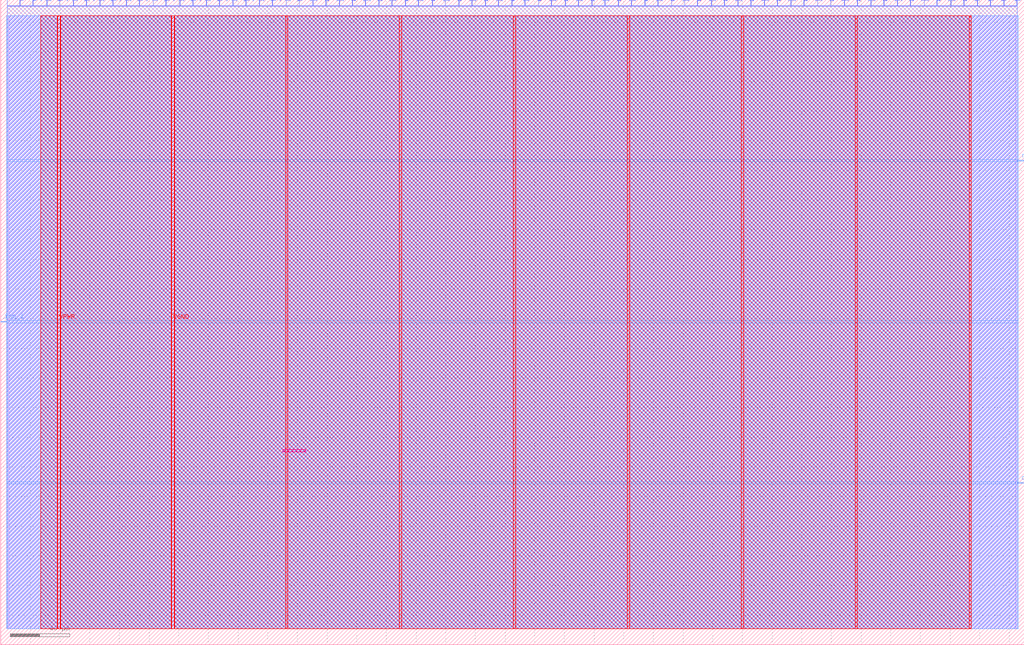
<source format=lef>
VERSION 5.7 ;
NOWIREEXTENSIONATPIN ON ;
DIVIDERCHAR "/" ;
BUSBITCHARS "[]" ;
MACRO tdc_hd_cbuf2_x4
  CLASS BLOCK ;
  FOREIGN tdc_hd_cbuf2_x4 ;
  ORIGIN 0.000 0.000 ;
  SIZE 690.000 BY 435.200 ;
  PIN bus_in[0]
    DIRECTION INPUT ;
    PORT 
      LAYER met2 ;
      RECT 4.230 431.200 4.510 435.200 ;
    END
  END bus_in[0]
  PIN bus_in[10]
    DIRECTION INPUT ;
    PORT 
      LAYER met2 ;
      RECT 183.170 431.200 183.450 435.200 ;
    END
  END bus_in[10]
  PIN bus_in[11]
    DIRECTION INPUT ;
    PORT 
      LAYER met2 ;
      RECT 201.110 431.200 201.390 435.200 ;
    END
  END bus_in[11]
  PIN bus_in[12]
    DIRECTION INPUT ;
    PORT 
      LAYER met2 ;
      RECT 219.050 431.200 219.330 435.200 ;
    END
  END bus_in[12]
  PIN bus_in[13]
    DIRECTION INPUT ;
    PORT 
      LAYER met2 ;
      RECT 236.990 431.200 237.270 435.200 ;
    END
  END bus_in[13]
  PIN bus_in[14]
    DIRECTION INPUT ;
    PORT 
      LAYER met2 ;
      RECT 254.930 431.200 255.210 435.200 ;
    END
  END bus_in[14]
  PIN bus_in[15]
    DIRECTION INPUT ;
    PORT 
      LAYER met2 ;
      RECT 272.870 431.200 273.150 435.200 ;
    END
  END bus_in[15]
  PIN bus_in[16]
    DIRECTION INPUT ;
    PORT 
      LAYER met2 ;
      RECT 290.810 431.200 291.090 435.200 ;
    END
  END bus_in[16]
  PIN bus_in[17]
    DIRECTION INPUT ;
    PORT 
      LAYER met2 ;
      RECT 308.750 431.200 309.030 435.200 ;
    END
  END bus_in[17]
  PIN bus_in[18]
    DIRECTION INPUT ;
    PORT 
      LAYER met2 ;
      RECT 326.690 431.200 326.970 435.200 ;
    END
  END bus_in[18]
  PIN bus_in[19]
    DIRECTION INPUT ;
    PORT 
      LAYER met2 ;
      RECT 344.630 431.200 344.910 435.200 ;
    END
  END bus_in[19]
  PIN bus_in[1]
    DIRECTION INPUT ;
    PORT 
      LAYER met2 ;
      RECT 21.710 431.200 21.990 435.200 ;
    END
  END bus_in[1]
  PIN bus_in[20]
    DIRECTION INPUT ;
    PORT 
      LAYER met2 ;
      RECT 362.570 431.200 362.850 435.200 ;
    END
  END bus_in[20]
  PIN bus_in[21]
    DIRECTION INPUT ;
    PORT 
      LAYER met2 ;
      RECT 380.510 431.200 380.790 435.200 ;
    END
  END bus_in[21]
  PIN bus_in[22]
    DIRECTION INPUT ;
    PORT 
      LAYER met2 ;
      RECT 398.450 431.200 398.730 435.200 ;
    END
  END bus_in[22]
  PIN bus_in[23]
    DIRECTION INPUT ;
    PORT 
      LAYER met2 ;
      RECT 416.390 431.200 416.670 435.200 ;
    END
  END bus_in[23]
  PIN bus_in[24]
    DIRECTION INPUT ;
    PORT 
      LAYER met2 ;
      RECT 434.330 431.200 434.610 435.200 ;
    END
  END bus_in[24]
  PIN bus_in[25]
    DIRECTION INPUT ;
    PORT 
      LAYER met2 ;
      RECT 452.270 431.200 452.550 435.200 ;
    END
  END bus_in[25]
  PIN bus_in[26]
    DIRECTION INPUT ;
    PORT 
      LAYER met2 ;
      RECT 469.750 431.200 470.030 435.200 ;
    END
  END bus_in[26]
  PIN bus_in[27]
    DIRECTION INPUT ;
    PORT 
      LAYER met2 ;
      RECT 487.690 431.200 487.970 435.200 ;
    END
  END bus_in[27]
  PIN bus_in[28]
    DIRECTION INPUT ;
    PORT 
      LAYER met2 ;
      RECT 505.630 431.200 505.910 435.200 ;
    END
  END bus_in[28]
  PIN bus_in[29]
    DIRECTION INPUT ;
    PORT 
      LAYER met2 ;
      RECT 523.570 431.200 523.850 435.200 ;
    END
  END bus_in[29]
  PIN bus_in[2]
    DIRECTION INPUT ;
    PORT 
      LAYER met2 ;
      RECT 39.650 431.200 39.930 435.200 ;
    END
  END bus_in[2]
  PIN bus_in[30]
    DIRECTION INPUT ;
    PORT 
      LAYER met2 ;
      RECT 541.510 431.200 541.790 435.200 ;
    END
  END bus_in[30]
  PIN bus_in[31]
    DIRECTION INPUT ;
    PORT 
      LAYER met2 ;
      RECT 559.450 431.200 559.730 435.200 ;
    END
  END bus_in[31]
  PIN bus_in[32]
    DIRECTION INPUT ;
    PORT 
      LAYER met2 ;
      RECT 577.390 431.200 577.670 435.200 ;
    END
  END bus_in[32]
  PIN bus_in[33]
    DIRECTION INPUT ;
    PORT 
      LAYER met2 ;
      RECT 595.330 431.200 595.610 435.200 ;
    END
  END bus_in[33]
  PIN bus_in[34]
    DIRECTION INPUT ;
    PORT 
      LAYER met2 ;
      RECT 613.270 431.200 613.550 435.200 ;
    END
  END bus_in[34]
  PIN bus_in[35]
    DIRECTION INPUT ;
    PORT 
      LAYER met2 ;
      RECT 631.210 431.200 631.490 435.200 ;
    END
  END bus_in[35]
  PIN bus_in[36]
    DIRECTION INPUT ;
    PORT 
      LAYER met2 ;
      RECT 640.410 431.200 640.690 435.200 ;
    END
  END bus_in[36]
  PIN bus_in[37]
    DIRECTION INPUT ;
    PORT 
      LAYER met2 ;
      RECT 649.150 431.200 649.430 435.200 ;
    END
  END bus_in[37]
  PIN bus_in[38]
    DIRECTION INPUT ;
    PORT 
      LAYER met2 ;
      RECT 658.350 431.200 658.630 435.200 ;
    END
  END bus_in[38]
  PIN bus_in[39]
    DIRECTION INPUT ;
    PORT 
      LAYER met2 ;
      RECT 667.090 431.200 667.370 435.200 ;
    END
  END bus_in[39]
  PIN bus_in[3]
    DIRECTION INPUT ;
    PORT 
      LAYER met2 ;
      RECT 57.590 431.200 57.870 435.200 ;
    END
  END bus_in[3]
  PIN bus_in[40]
    DIRECTION INPUT ;
    PORT 
      LAYER met2 ;
      RECT 676.290 431.200 676.570 435.200 ;
    END
  END bus_in[40]
  PIN bus_in[41]
    DIRECTION INPUT ;
    PORT 
      LAYER met2 ;
      RECT 685.030 431.200 685.310 435.200 ;
    END
  END bus_in[41]
  PIN bus_in[4]
    DIRECTION INPUT ;
    PORT 
      LAYER met2 ;
      RECT 75.530 431.200 75.810 435.200 ;
    END
  END bus_in[4]
  PIN bus_in[5]
    DIRECTION INPUT ;
    PORT 
      LAYER met2 ;
      RECT 93.470 431.200 93.750 435.200 ;
    END
  END bus_in[5]
  PIN bus_in[6]
    DIRECTION INPUT ;
    PORT 
      LAYER met2 ;
      RECT 111.410 431.200 111.690 435.200 ;
    END
  END bus_in[6]
  PIN bus_in[7]
    DIRECTION INPUT ;
    PORT 
      LAYER met2 ;
      RECT 129.350 431.200 129.630 435.200 ;
    END
  END bus_in[7]
  PIN bus_in[8]
    DIRECTION INPUT ;
    PORT 
      LAYER met2 ;
      RECT 147.290 431.200 147.570 435.200 ;
    END
  END bus_in[8]
  PIN bus_in[9]
    DIRECTION INPUT ;
    PORT 
      LAYER met2 ;
      RECT 165.230 431.200 165.510 435.200 ;
    END
  END bus_in[9]
  PIN bus_out[0]
    DIRECTION OUTPUT TRISTATE ;
    PORT 
      LAYER met2 ;
      RECT 12.970 431.200 13.250 435.200 ;
    END
  END bus_out[0]
  PIN bus_out[10]
    DIRECTION OUTPUT TRISTATE ;
    PORT 
      LAYER met2 ;
      RECT 192.370 431.200 192.650 435.200 ;
    END
  END bus_out[10]
  PIN bus_out[11]
    DIRECTION OUTPUT TRISTATE ;
    PORT 
      LAYER met2 ;
      RECT 210.310 431.200 210.590 435.200 ;
    END
  END bus_out[11]
  PIN bus_out[12]
    DIRECTION OUTPUT TRISTATE ;
    PORT 
      LAYER met2 ;
      RECT 228.250 431.200 228.530 435.200 ;
    END
  END bus_out[12]
  PIN bus_out[13]
    DIRECTION OUTPUT TRISTATE ;
    PORT 
      LAYER met2 ;
      RECT 245.730 431.200 246.010 435.200 ;
    END
  END bus_out[13]
  PIN bus_out[14]
    DIRECTION OUTPUT TRISTATE ;
    PORT 
      LAYER met2 ;
      RECT 263.670 431.200 263.950 435.200 ;
    END
  END bus_out[14]
  PIN bus_out[15]
    DIRECTION OUTPUT TRISTATE ;
    PORT 
      LAYER met2 ;
      RECT 281.610 431.200 281.890 435.200 ;
    END
  END bus_out[15]
  PIN bus_out[16]
    DIRECTION OUTPUT TRISTATE ;
    PORT 
      LAYER met2 ;
      RECT 299.550 431.200 299.830 435.200 ;
    END
  END bus_out[16]
  PIN bus_out[17]
    DIRECTION OUTPUT TRISTATE ;
    PORT 
      LAYER met2 ;
      RECT 317.490 431.200 317.770 435.200 ;
    END
  END bus_out[17]
  PIN bus_out[18]
    DIRECTION OUTPUT TRISTATE ;
    PORT 
      LAYER met2 ;
      RECT 335.430 431.200 335.710 435.200 ;
    END
  END bus_out[18]
  PIN bus_out[19]
    DIRECTION OUTPUT TRISTATE ;
    PORT 
      LAYER met2 ;
      RECT 353.370 431.200 353.650 435.200 ;
    END
  END bus_out[19]
  PIN bus_out[1]
    DIRECTION OUTPUT TRISTATE ;
    PORT 
      LAYER met2 ;
      RECT 30.910 431.200 31.190 435.200 ;
    END
  END bus_out[1]
  PIN bus_out[20]
    DIRECTION OUTPUT TRISTATE ;
    PORT 
      LAYER met2 ;
      RECT 371.310 431.200 371.590 435.200 ;
    END
  END bus_out[20]
  PIN bus_out[21]
    DIRECTION OUTPUT TRISTATE ;
    PORT 
      LAYER met2 ;
      RECT 389.250 431.200 389.530 435.200 ;
    END
  END bus_out[21]
  PIN bus_out[22]
    DIRECTION OUTPUT TRISTATE ;
    PORT 
      LAYER met2 ;
      RECT 407.190 431.200 407.470 435.200 ;
    END
  END bus_out[22]
  PIN bus_out[23]
    DIRECTION OUTPUT TRISTATE ;
    PORT 
      LAYER met2 ;
      RECT 425.130 431.200 425.410 435.200 ;
    END
  END bus_out[23]
  PIN bus_out[24]
    DIRECTION OUTPUT TRISTATE ;
    PORT 
      LAYER met2 ;
      RECT 443.070 431.200 443.350 435.200 ;
    END
  END bus_out[24]
  PIN bus_out[25]
    DIRECTION OUTPUT TRISTATE ;
    PORT 
      LAYER met2 ;
      RECT 461.010 431.200 461.290 435.200 ;
    END
  END bus_out[25]
  PIN bus_out[26]
    DIRECTION OUTPUT TRISTATE ;
    PORT 
      LAYER met2 ;
      RECT 478.950 431.200 479.230 435.200 ;
    END
  END bus_out[26]
  PIN bus_out[27]
    DIRECTION OUTPUT TRISTATE ;
    PORT 
      LAYER met2 ;
      RECT 496.890 431.200 497.170 435.200 ;
    END
  END bus_out[27]
  PIN bus_out[28]
    DIRECTION OUTPUT TRISTATE ;
    PORT 
      LAYER met2 ;
      RECT 514.830 431.200 515.110 435.200 ;
    END
  END bus_out[28]
  PIN bus_out[29]
    DIRECTION OUTPUT TRISTATE ;
    PORT 
      LAYER met2 ;
      RECT 532.770 431.200 533.050 435.200 ;
    END
  END bus_out[29]
  PIN bus_out[2]
    DIRECTION OUTPUT TRISTATE ;
    PORT 
      LAYER met2 ;
      RECT 48.850 431.200 49.130 435.200 ;
    END
  END bus_out[2]
  PIN bus_out[30]
    DIRECTION OUTPUT TRISTATE ;
    PORT 
      LAYER met2 ;
      RECT 550.710 431.200 550.990 435.200 ;
    END
  END bus_out[30]
  PIN bus_out[31]
    DIRECTION OUTPUT TRISTATE ;
    PORT 
      LAYER met2 ;
      RECT 568.650 431.200 568.930 435.200 ;
    END
  END bus_out[31]
  PIN bus_out[32]
    DIRECTION OUTPUT TRISTATE ;
    PORT 
      LAYER met2 ;
      RECT 586.590 431.200 586.870 435.200 ;
    END
  END bus_out[32]
  PIN bus_out[33]
    DIRECTION OUTPUT TRISTATE ;
    PORT 
      LAYER met2 ;
      RECT 604.530 431.200 604.810 435.200 ;
    END
  END bus_out[33]
  PIN bus_out[34]
    DIRECTION OUTPUT TRISTATE ;
    PORT 
      LAYER met2 ;
      RECT 622.470 431.200 622.750 435.200 ;
    END
  END bus_out[34]
  PIN bus_out[3]
    DIRECTION OUTPUT TRISTATE ;
    PORT 
      LAYER met2 ;
      RECT 66.790 431.200 67.070 435.200 ;
    END
  END bus_out[3]
  PIN bus_out[4]
    DIRECTION OUTPUT TRISTATE ;
    PORT 
      LAYER met2 ;
      RECT 84.730 431.200 85.010 435.200 ;
    END
  END bus_out[4]
  PIN bus_out[5]
    DIRECTION OUTPUT TRISTATE ;
    PORT 
      LAYER met2 ;
      RECT 102.670 431.200 102.950 435.200 ;
    END
  END bus_out[5]
  PIN bus_out[6]
    DIRECTION OUTPUT TRISTATE ;
    PORT 
      LAYER met2 ;
      RECT 120.610 431.200 120.890 435.200 ;
    END
  END bus_out[6]
  PIN bus_out[7]
    DIRECTION OUTPUT TRISTATE ;
    PORT 
      LAYER met2 ;
      RECT 138.550 431.200 138.830 435.200 ;
    END
  END bus_out[7]
  PIN bus_out[8]
    DIRECTION OUTPUT TRISTATE ;
    PORT 
      LAYER met2 ;
      RECT 156.490 431.200 156.770 435.200 ;
    END
  END bus_out[8]
  PIN bus_out[9]
    DIRECTION OUTPUT TRISTATE ;
    PORT 
      LAYER met2 ;
      RECT 174.430 431.200 174.710 435.200 ;
    END
  END bus_out[9]
  PIN clk_i
    DIRECTION INPUT ;
    PORT 
      LAYER met3 ;
      RECT 686.000 108.840 690.000 109.440 ;
    END
  END clk_i
  PIN inp_i
    DIRECTION INPUT ;
    PORT 
      LAYER met3 ;
      RECT 0.000 217.640 4.000 218.240 ;
    END
  END inp_i
  PIN rst_n_i
    DIRECTION INPUT ;
    PORT 
      LAYER met3 ;
      RECT 686.000 326.440 690.000 327.040 ;
    END
  END rst_n_i
  PIN VPWR
    DIRECTION INPUT ;
    USE POWER ;
    PORT 
      LAYER met4 ;
      RECT 192.02 10.64 193.62 424.56 ;
      RECT 345.62 10.64 347.22 424.56 ;
      RECT 499.22 10.64 500.82 424.56 ;
      RECT 652.82 10.64 654.42 424.56 ;
      RECT 38.420 10.640 40.020 424.560 ;
    END
  END VPWR
  PIN VGND
    DIRECTION INPUT ;
    USE GROUND ;
    PORT 
      LAYER met4 ;
      RECT 268.82 10.64 270.42 424.56 ;
      RECT 422.42 10.64 424.02 424.56 ;
      RECT 576.02 10.64 577.62 424.56 ;
      RECT 115.220 10.640 116.820 424.560 ;
    END
  END VGND
  OBS 
    LAYER li1 ;
    RECT 5.520 10.795 684.480 424.405 ;
    LAYER met1 ;
    RECT 4.210 10.640 685.330 424.560 ;
    LAYER met2 ;
    RECT 4.790 430.920 12.690 431.200 ;
    RECT 13.530 430.920 21.430 431.200 ;
    RECT 22.270 430.920 30.630 431.200 ;
    RECT 31.470 430.920 39.370 431.200 ;
    RECT 40.210 430.920 48.570 431.200 ;
    RECT 49.410 430.920 57.310 431.200 ;
    RECT 58.150 430.920 66.510 431.200 ;
    RECT 67.350 430.920 75.250 431.200 ;
    RECT 76.090 430.920 84.450 431.200 ;
    RECT 85.290 430.920 93.190 431.200 ;
    RECT 94.030 430.920 102.390 431.200 ;
    RECT 103.230 430.920 111.130 431.200 ;
    RECT 111.970 430.920 120.330 431.200 ;
    RECT 121.170 430.920 129.070 431.200 ;
    RECT 129.910 430.920 138.270 431.200 ;
    RECT 139.110 430.920 147.010 431.200 ;
    RECT 147.850 430.920 156.210 431.200 ;
    RECT 157.050 430.920 164.950 431.200 ;
    RECT 165.790 430.920 174.150 431.200 ;
    RECT 174.990 430.920 182.890 431.200 ;
    RECT 183.730 430.920 192.090 431.200 ;
    RECT 192.930 430.920 200.830 431.200 ;
    RECT 201.670 430.920 210.030 431.200 ;
    RECT 210.870 430.920 218.770 431.200 ;
    RECT 219.610 430.920 227.970 431.200 ;
    RECT 228.810 430.920 236.710 431.200 ;
    RECT 237.550 430.920 245.450 431.200 ;
    RECT 246.290 430.920 254.650 431.200 ;
    RECT 255.490 430.920 263.390 431.200 ;
    RECT 264.230 430.920 272.590 431.200 ;
    RECT 273.430 430.920 281.330 431.200 ;
    RECT 282.170 430.920 290.530 431.200 ;
    RECT 291.370 430.920 299.270 431.200 ;
    RECT 300.110 430.920 308.470 431.200 ;
    RECT 309.310 430.920 317.210 431.200 ;
    RECT 318.050 430.920 326.410 431.200 ;
    RECT 327.250 430.920 335.150 431.200 ;
    RECT 335.990 430.920 344.350 431.200 ;
    RECT 345.190 430.920 353.090 431.200 ;
    RECT 353.930 430.920 362.290 431.200 ;
    RECT 363.130 430.920 371.030 431.200 ;
    RECT 371.870 430.920 380.230 431.200 ;
    RECT 381.070 430.920 388.970 431.200 ;
    RECT 389.810 430.920 398.170 431.200 ;
    RECT 399.010 430.920 406.910 431.200 ;
    RECT 407.750 430.920 416.110 431.200 ;
    RECT 416.950 430.920 424.850 431.200 ;
    RECT 425.690 430.920 434.050 431.200 ;
    RECT 434.890 430.920 442.790 431.200 ;
    RECT 443.630 430.920 451.990 431.200 ;
    RECT 452.830 430.920 460.730 431.200 ;
    RECT 461.570 430.920 469.470 431.200 ;
    RECT 470.310 430.920 478.670 431.200 ;
    RECT 479.510 430.920 487.410 431.200 ;
    RECT 488.250 430.920 496.610 431.200 ;
    RECT 497.450 430.920 505.350 431.200 ;
    RECT 506.190 430.920 514.550 431.200 ;
    RECT 515.390 430.920 523.290 431.200 ;
    RECT 524.130 430.920 532.490 431.200 ;
    RECT 533.330 430.920 541.230 431.200 ;
    RECT 542.070 430.920 550.430 431.200 ;
    RECT 551.270 430.920 559.170 431.200 ;
    RECT 560.010 430.920 568.370 431.200 ;
    RECT 569.210 430.920 577.110 431.200 ;
    RECT 577.950 430.920 586.310 431.200 ;
    RECT 587.150 430.920 595.050 431.200 ;
    RECT 595.890 430.920 604.250 431.200 ;
    RECT 605.090 430.920 612.990 431.200 ;
    RECT 613.830 430.920 622.190 431.200 ;
    RECT 623.030 430.920 630.930 431.200 ;
    RECT 631.770 430.920 640.130 431.200 ;
    RECT 640.970 430.920 648.870 431.200 ;
    RECT 649.710 430.920 658.070 431.200 ;
    RECT 658.910 430.920 666.810 431.200 ;
    RECT 667.650 430.920 676.010 431.200 ;
    RECT 676.850 430.920 684.750 431.200 ;
    RECT 4.240 10.640 685.300 430.920 ;
    LAYER met3 ;
    RECT 4.000 327.440 686.000 424.485 ;
    RECT 4.000 326.040 685.600 327.440 ;
    RECT 4.000 218.640 686.000 326.040 ;
    RECT 4.400 217.240 686.000 218.640 ;
    RECT 4.000 109.840 686.000 217.240 ;
    RECT 4.000 108.440 685.600 109.840 ;
    RECT 4.000 10.715 686.000 108.440 ;
    LAYER met4 ;
    RECT 26.975 10.640 38.020 424.560 ;
    RECT 40.420 10.640 114.820 424.560 ;
    RECT 117.220 10.640 654.420 424.560 ;
    LAYER met5 ;
    RECT 190.100 130.100 205.500 131.700 ;
  END
END tdc_hd_cbuf2_x4
END LIBRARY

</source>
